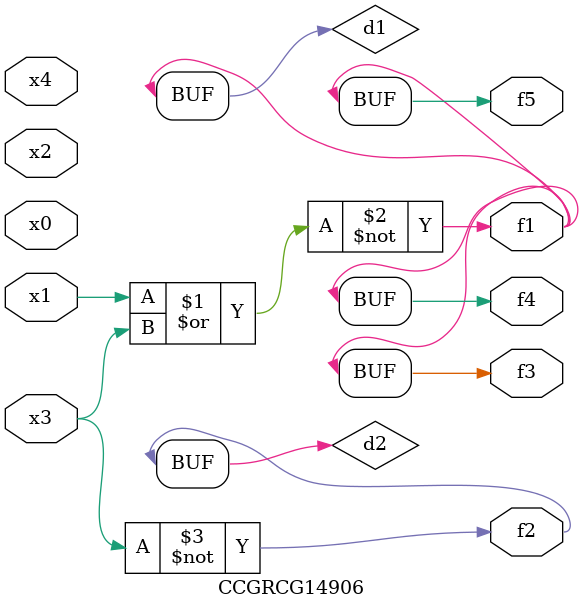
<source format=v>
module CCGRCG14906(
	input x0, x1, x2, x3, x4,
	output f1, f2, f3, f4, f5
);

	wire d1, d2;

	nor (d1, x1, x3);
	not (d2, x3);
	assign f1 = d1;
	assign f2 = d2;
	assign f3 = d1;
	assign f4 = d1;
	assign f5 = d1;
endmodule

</source>
